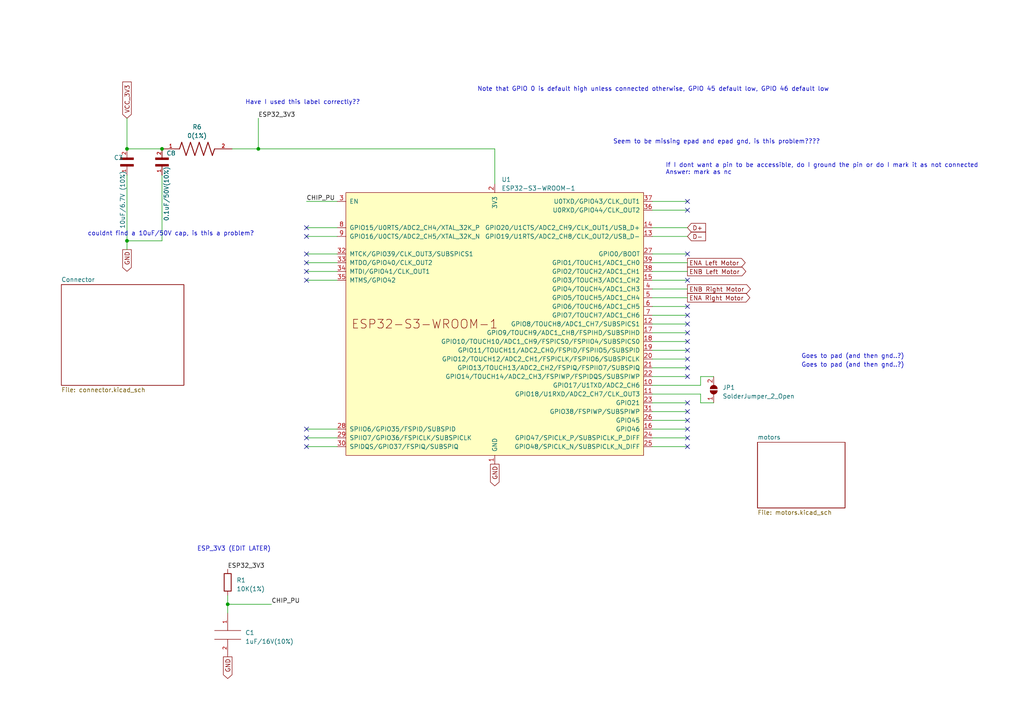
<source format=kicad_sch>
(kicad_sch (version 20230121) (generator eeschema)
  (paper "A4")
  (lib_symbols
    (symbol "0.1uF_cap_0603:CL10B104KB8NNNL" (pin_names (offset 1.016))
      (property "Reference" "C" (at 0 3.8109 0))
      (property "Value" "CL10B104KB8NNNL" (at 0 -5.0885 0))
      (symbol "CL10B104KB8NNNL_0_0"
        (rectangle (start 0 -1.9069) (end 0.635 1.905) (stroke (width 0.1)) (fill (type outline)))
        (rectangle (start 1.9069 -1.9069) (end 2.54 1.905) (stroke (width 0.1)) (fill (type outline)))
        (pin passive line (at -2.54 0 0) (length 2.54) (name "~") (number "1"))
        (pin passive line (at 5.08 0 180) (length 2.54) (name "~") (number "2"))
      )
    )
    (symbol "0_ohm_0603:RMCF0603ZT0R00" (pin_names (offset 1.016))
      (property "Reference" "R" (at -7.6244 2.5415 0))
      (property "Value" "RMCF0603ZT0R00" (at -7.63 -5.0866 0))
      (symbol "RMCF0603ZT0R00_0_0"
        (polyline (pts (xy -5.08 0) (xy -4.445 1.905)) (stroke (width 0.254)))
        (polyline (pts (xy -4.445 1.905) (xy -3.175 -1.905)) (stroke (width 0.254)))
        (polyline (pts (xy -3.175 -1.905) (xy -1.905 1.905)) (stroke (width 0.254)))
        (polyline (pts (xy -1.905 1.905) (xy -0.635 -1.905)) (stroke (width 0.254)))
        (polyline (pts (xy -0.635 -1.905) (xy 0.635 1.905)) (stroke (width 0.254)))
        (polyline (pts (xy 0.635 1.905) (xy 1.905 -1.905)) (stroke (width 0.254)))
        (polyline (pts (xy 1.905 -1.905) (xy 3.175 1.905)) (stroke (width 0.254)))
        (polyline (pts (xy 3.175 1.905) (xy 4.445 -1.905)) (stroke (width 0.254)))
        (polyline (pts (xy 4.445 -1.905) (xy 5.08 0)) (stroke (width 0.254)))
        (pin passive line (at -10.16 0 0) (length 5.08) (name "~") (number "1"))
        (pin passive line (at 10.16 0 180) (length 5.08) (name "~") (number "2"))
      )
    )
    (symbol "10uf_cap_0603:CL10A106MQ8NNNC" (pin_names (offset 1.016))
      (property "Reference" "C" (at 0 3.8109 0))
      (property "Value" "CL10A106MQ8NNNC" (at 0 -5.0885 0))
      (symbol "CL10A106MQ8NNNC_0_0"
        (rectangle (start 0 -1.9069) (end 0.635 1.905) (stroke (width 0.1)) (fill (type outline)))
        (rectangle (start 1.9069 -1.9069) (end 2.54 1.905) (stroke (width 0.1)) (fill (type outline)))
        (pin passive line (at -2.54 0 0) (length 2.54) (name "~") (number "1"))
        (pin passive line (at 5.08 0 180) (length 2.54) (name "~") (number "2"))
      )
    )
    (symbol "Device:R" (pin_numbers hide) (pin_names (offset 0))
      (property "Reference" "R" (at 2.032 0 90))
      (property "Value" "R" (at 0 0 90))
      (symbol "R_0_1"
        (rectangle (start -1.016 -2.54) (end 1.016 2.54) (stroke (width 0.254)))
      )
      (symbol "R_1_1"
        (pin passive line (at 0 3.81 270) (length 1.27) (name "~") (number "1"))
        (pin passive line (at 0 -3.81 90) (length 1.27) (name "~") (number "2"))
      )
    )
    (symbol "Espressif:ESP32-S3-WROOM-1" (pin_names (offset 1.016))
      (property "Reference" "U" (at -43.18 43.18 0))
      (property "Value" "ESP32-S3-WROOM-1" (at -43.18 40.64 0))
      (symbol "ESP32-S3-WROOM-1_0_0"
        (text "ESP32-S3-WROOM-1" (at -20.32 0 0) (effects (font (size 2.54 2.54))))
        (pin power_in line (at 0 -40.64 90) (length 2.54) (name "GND") (number "1"))
        (pin bidirectional line (at 45.72 -17.78 180) (length 2.54) (name "GPIO17/U1TXD/ADC2_CH6") (number "10"))
        (pin bidirectional line (at 45.72 -20.32 180) (length 2.54) (name "GPIO18/U1RXD/ADC2_CH7/CLK_OUT3") (number "11"))
        (pin bidirectional line (at 45.72 0 180) (length 2.54) (name "GPIO8/TOUCH8/ADC1_CH7/SUBSPICS1") (number "12"))
        (pin bidirectional line (at 45.72 25.4 180) (length 2.54) (name "GPIO19/U1RTS/ADC2_CH8/CLK_OUT2/USB_D-") (number "13"))
        (pin bidirectional line (at 45.72 27.94 180) (length 2.54) (name "GPIO20/U1CTS/ADC2_CH9/CLK_OUT1/USB_D+") (number "14"))
        (pin bidirectional line (at 45.72 12.7 180) (length 2.54) (name "GPIO3/TOUCH3/ADC1_CH2") (number "15"))
        (pin bidirectional line (at 45.72 -30.48 180) (length 2.54) (name "GPIO46") (number "16"))
        (pin bidirectional line (at 45.72 -2.54 180) (length 2.54) (name "GPIO9/TOUCH9/ADC1_CH8/FSPIHD/SUBSPIHD") (number "17"))
        (pin bidirectional line (at 45.72 -5.08 180) (length 2.54) (name "GPIO10/TOUCH10/ADC1_CH9/FSPICS0/FSPIIO4/SUBSPICS0") (number "18"))
        (pin bidirectional line (at 45.72 -7.62 180) (length 2.54) (name "GPIO11/TOUCH11/ADC2_CH0/FSPID/FSPIIO5/SUBSPID") (number "19"))
        (pin power_in line (at 0 40.64 270) (length 2.54) (name "3V3") (number "2"))
        (pin bidirectional line (at 45.72 -10.16 180) (length 2.54) (name "GPIO12/TOUCH12/ADC2_CH1/FSPICLK/FSPIIO6/SUBSPICLK") (number "20"))
        (pin bidirectional line (at 45.72 -12.7 180) (length 2.54) (name "GPIO13/TOUCH13/ADC2_CH2/FSPIQ/FSPIIO7/SUBSPIQ") (number "21"))
        (pin bidirectional line (at 45.72 -15.24 180) (length 2.54) (name "GPIO14/TOUCH14/ADC2_CH3/FSPIWP/FSPIDQS/SUBSPIWP") (number "22"))
        (pin bidirectional line (at 45.72 -22.86 180) (length 2.54) (name "GPIO21") (number "23"))
        (pin bidirectional line (at 45.72 -33.02 180) (length 2.54) (name "GPIO47/SPICLK_P/SUBSPICLK_P_DIFF") (number "24"))
        (pin bidirectional line (at 45.72 -35.56 180) (length 2.54) (name "GPIO48/SPICLK_N/SUBSPICLK_N_DIFF") (number "25"))
        (pin bidirectional line (at 45.72 -27.94 180) (length 2.54) (name "GPIO45") (number "26"))
        (pin bidirectional line (at 45.72 20.32 180) (length 2.54) (name "GPIO0/BOOT") (number "27"))
        (pin bidirectional line (at -45.72 -30.48 0) (length 2.54) (name "SPIIO6/GPIO35/FSPID/SUBSPID") (number "28"))
        (pin bidirectional line (at -45.72 -33.02 0) (length 2.54) (name "SPIIO7/GPIO36/FSPICLK/SUBSPICLK") (number "29"))
        (pin input line (at -45.72 35.56 0) (length 2.54) (name "EN") (number "3"))
        (pin bidirectional line (at -45.72 -35.56 0) (length 2.54) (name "SPIDQS/GPIO37/FSPIQ/SUBSPIQ") (number "30"))
        (pin bidirectional line (at 45.72 -25.4 180) (length 2.54) (name "GPIO38/FSPIWP/SUBSPIWP") (number "31"))
        (pin bidirectional line (at -45.72 20.32 0) (length 2.54) (name "MTCK/GPIO39/CLK_OUT3/SUBSPICS1") (number "32"))
        (pin bidirectional line (at -45.72 17.78 0) (length 2.54) (name "MTDO/GPIO40/CLK_OUT2") (number "33"))
        (pin bidirectional line (at -45.72 15.24 0) (length 2.54) (name "MTDI/GPIO41/CLK_OUT1") (number "34"))
        (pin bidirectional line (at -45.72 12.7 0) (length 2.54) (name "MTMS/GPIO42") (number "35"))
        (pin bidirectional line (at 45.72 33.02 180) (length 2.54) (name "U0RXD/GPIO44/CLK_OUT2") (number "36"))
        (pin bidirectional line (at 45.72 35.56 180) (length 2.54) (name "U0TXD/GPIO43/CLK_OUT1") (number "37"))
        (pin bidirectional line (at 45.72 15.24 180) (length 2.54) (name "GPIO2/TOUCH2/ADC1_CH1") (number "38"))
        (pin bidirectional line (at 45.72 17.78 180) (length 2.54) (name "GPIO1/TOUCH1/ADC1_CH0") (number "39"))
        (pin bidirectional line (at 45.72 10.16 180) (length 2.54) (name "GPIO4/TOUCH4/ADC1_CH3") (number "4"))
        (pin passive line (at 0 -40.64 90) (length 2.54) hide (name "GND") (number "40"))
        (pin passive line (at 0 -40.64 90) (length 2.54) hide (name "GND") (number "41"))
        (pin bidirectional line (at 45.72 7.62 180) (length 2.54) (name "GPIO5/TOUCH5/ADC1_CH4") (number "5"))
        (pin bidirectional line (at 45.72 5.08 180) (length 2.54) (name "GPIO6/TOUCH6/ADC1_CH5") (number "6"))
        (pin bidirectional line (at 45.72 2.54 180) (length 2.54) (name "GPIO7/TOUCH7/ADC1_CH6") (number "7"))
        (pin bidirectional line (at -45.72 27.94 0) (length 2.54) (name "GPIO15/U0RTS/ADC2_CH4/XTAL_32K_P") (number "8"))
        (pin bidirectional line (at -45.72 25.4 0) (length 2.54) (name "GPIO16/U0CTS/ADC2_CH5/XTAL_32K_N") (number "9"))
      )
      (symbol "ESP32-S3-WROOM-1_0_1"
        (rectangle (start -43.18 38.1) (end 43.18 -38.1) (fill (type background)))
      )
    )
    (symbol "Jumper:SolderJumper_2_Open" (pin_names (offset 0) hide)
      (property "Reference" "JP" (at 0 2.032 0))
      (property "Value" "SolderJumper_2_Open" (at 0 -2.54 0))
      (symbol "SolderJumper_2_Open_0_1"
        (arc (start -0.254 1.016) (mid -1.2656 0) (end -0.254 -1.016))
        (arc (start -0.254 1.016) (mid -1.2656 0) (end -0.254 -1.016) (fill (type outline)))
        (polyline (pts (xy -0.254 1.016) (xy -0.254 -1.016)))
        (polyline (pts (xy 0.254 1.016) (xy 0.254 -1.016)))
        (arc (start 0.254 -1.016) (mid 1.2656 0) (end 0.254 1.016))
        (arc (start 0.254 -1.016) (mid 1.2656 0) (end 0.254 1.016) (fill (type outline)))
      )
      (symbol "SolderJumper_2_Open_1_1"
        (pin passive line (at -3.81 0 0) (length 2.54) (name "A") (number "1"))
        (pin passive line (at 3.81 0 180) (length 2.54) (name "B") (number "2"))
      )
    )
    (symbol "pspice:C" (pin_names (offset 0.254))
      (property "Reference" "C" (at 2.54 3.81 90))
      (property "Value" "C" (at 2.54 -3.81 90))
      (symbol "C_0_1"
        (polyline (pts (xy -3.81 -1.27) (xy 3.81 -1.27)))
        (polyline (pts (xy -3.81 1.27) (xy 3.81 1.27)))
      )
      (symbol "C_1_1"
        (pin passive line (at 0 6.35 270) (length 5.08) (name "~") (number "1"))
        (pin passive line (at 0 -6.35 90) (length 5.08) (name "~") (number "2"))
      )
    )
  )
  (junction (at 46.99 43.18))
  (junction (at 36.83 43.18))
  (junction (at 36.83 69.85))
  (junction (at 66.04 175.26))
  (junction (at 74.93 43.18))
  (no_connect (at 199.39 91.44))
  (no_connect (at 199.39 116.84))
  (no_connect (at 88.9 127))
  (no_connect (at 199.39 93.98))
  (no_connect (at 199.39 60.96))
  (no_connect (at 199.39 88.9))
  (no_connect (at 88.9 68.58))
  (no_connect (at 88.9 73.66))
  (no_connect (at 199.39 101.6))
  (no_connect (at 88.9 129.54))
  (no_connect (at 199.39 121.92))
  (no_connect (at 199.39 99.06))
  (no_connect (at 88.9 81.28))
  (no_connect (at 199.39 124.46))
  (no_connect (at 199.39 106.68))
  (no_connect (at 199.39 58.42))
  (no_connect (at 88.9 124.46))
  (no_connect (at 88.9 66.04))
  (no_connect (at 199.39 129.54))
  (no_connect (at 199.39 96.52))
  (no_connect (at 88.9 76.2))
  (no_connect (at 88.9 78.74))
  (no_connect (at 199.39 119.38))
  (no_connect (at 199.39 109.22))
  (no_connect (at 199.39 73.66))
  (no_connect (at 199.39 104.14))
  (no_connect (at 199.39 81.28))
  (no_connect (at 199.39 127))
  (wire (pts (xy 189.23 91.44) (xy 199.39 91.44)))
  (wire (pts (xy 74.93 34.29) (xy 74.93 43.18)))
  (wire (pts (xy 66.04 175.26) (xy 66.04 177.8)))
  (wire (pts (xy 88.9 129.54) (xy 97.79 129.54)))
  (wire (pts (xy 88.9 81.28) (xy 97.79 81.28)))
  (wire (pts (xy 88.9 68.58) (xy 97.79 68.58)))
  (wire (pts (xy 36.83 69.85) (xy 46.99 69.85)))
  (wire (pts (xy 189.23 129.54) (xy 199.39 129.54)))
  (wire (pts (xy 189.23 119.38) (xy 199.39 119.38)))
  (wire (pts (xy 36.83 43.18) (xy 46.99 43.18)))
  (wire (pts (xy 189.23 99.06) (xy 199.39 99.06)))
  (wire (pts (xy 189.23 93.98) (xy 199.39 93.98)))
  (wire (pts (xy 189.23 106.68) (xy 199.39 106.68)))
  (wire (pts (xy 88.9 78.74) (xy 97.79 78.74)))
  (wire (pts (xy 143.51 43.18) (xy 143.51 53.34)))
  (wire (pts (xy 88.9 66.04) (xy 97.79 66.04)))
  (wire (pts (xy 203.2 114.3) (xy 203.2 116.84)))
  (wire (pts (xy 36.83 69.85) (xy 36.83 72.39)))
  (wire (pts (xy 189.23 114.3) (xy 203.2 114.3)))
  (wire (pts (xy 189.23 78.74) (xy 199.39 78.74)))
  (wire (pts (xy 189.23 116.84) (xy 199.39 116.84)))
  (wire (pts (xy 189.23 88.9) (xy 199.39 88.9)))
  (wire (pts (xy 189.23 111.76) (xy 203.2 111.76)))
  (wire (pts (xy 67.31 43.18) (xy 74.93 43.18)))
  (wire (pts (xy 36.83 34.29) (xy 36.83 43.18)))
  (wire (pts (xy 189.23 66.04) (xy 199.39 66.04)))
  (wire (pts (xy 189.23 124.46) (xy 199.39 124.46)))
  (wire (pts (xy 36.83 50.8) (xy 36.83 69.85)))
  (wire (pts (xy 203.2 111.76) (xy 203.2 109.22)))
  (wire (pts (xy 66.04 172.72) (xy 66.04 175.26)))
  (wire (pts (xy 46.99 50.8) (xy 46.99 69.85)))
  (wire (pts (xy 203.2 116.84) (xy 207.01 116.84)))
  (wire (pts (xy 189.23 104.14) (xy 199.39 104.14)))
  (wire (pts (xy 189.23 60.96) (xy 199.39 60.96)))
  (wire (pts (xy 88.9 127) (xy 97.79 127)))
  (wire (pts (xy 66.04 175.26) (xy 78.74 175.26)))
  (wire (pts (xy 189.23 109.22) (xy 199.39 109.22)))
  (wire (pts (xy 189.23 101.6) (xy 199.39 101.6)))
  (wire (pts (xy 74.93 43.18) (xy 143.51 43.18)))
  (wire (pts (xy 189.23 86.36) (xy 199.39 86.36)))
  (wire (pts (xy 189.23 73.66) (xy 199.39 73.66)))
  (wire (pts (xy 88.9 58.42) (xy 97.79 58.42)))
  (wire (pts (xy 189.23 83.82) (xy 199.39 83.82)))
  (wire (pts (xy 203.2 109.22) (xy 207.01 109.22)))
  (wire (pts (xy 189.23 81.28) (xy 199.39 81.28)))
  (wire (pts (xy 189.23 76.2) (xy 199.39 76.2)))
  (wire (pts (xy 88.9 73.66) (xy 97.79 73.66)))
  (wire (pts (xy 189.23 96.52) (xy 199.39 96.52)))
  (wire (pts (xy 88.9 124.46) (xy 97.79 124.46)))
  (wire (pts (xy 189.23 58.42) (xy 199.39 58.42)))
  (wire (pts (xy 189.23 127) (xy 199.39 127)))
  (wire (pts (xy 189.23 121.92) (xy 199.39 121.92)))
  (wire (pts (xy 189.23 68.58) (xy 199.39 68.58)))
  (wire (pts (xy 88.9 76.2) (xy 97.79 76.2)))
  (text "Goes to pad (and then gnd..?)" (at 232.41 106.68 0) (effects (font (size 1.27 1.27)) (justify left bottom)))
  (text "Seem to be missing epad and epad gnd, is this problem????\n" (at 177.8 41.91 0) (effects (font (size 1.27 1.27)) (justify left bottom)))
  (text "Goes to pad (and then gnd..?)" (at 232.41 104.14 0) (effects (font (size 1.27 1.27)) (justify left bottom)))
  (text "Note that GPIO 0 is default high unless connected otherwise, GPIO 45 default low, GPIO 46 default low" (at 138.43 26.67 0) (effects (font (size 1.27 1.27)) (justify left bottom)))
  (text "Have I used this label correctly??" (at 71.12 30.48 0) (effects (font (size 1.27 1.27)) (justify left bottom)))
  (text "couldnt find a 10uF/50V cap, is this a problem?" (at 25.4 68.58 0) (effects (font (size 1.27 1.27)) (justify left bottom)))
  (text "ESP_3V3 (EDIT LATER)" (at 57.15 160.02 0) (effects (font (size 1.27 1.27)) (justify left bottom)))
  (text "If I dont want a pin to be accessible, do I ground the pin or do I mark it as not connected\nAnswer: mark as nc" (at 193.04 50.8 0) (effects (font (size 1.27 1.27)) (justify left bottom)))
  (label "CHIP_PU" (at 78.74 175.26 0))
  (label "CHIP_PU" (at 88.9 58.42 0))
  (label "ESP32_3V3" (at 66.04 165.1 0))
  (label "ESP32_3V3" (at 74.93 34.29 0))
  (global_label "GND" (shape output) (at 143.51 134.62 270) (property "Intersheetrefs" "${INTERSHEET_REFS}" (effects hide)))
  (global_label "ENA Right Motor" (shape output) (at 199.39 86.36 0) (property "Intersheetrefs" "${INTERSHEET_REFS}" (effects hide)))
  (global_label "ENA Left Motor" (shape output) (at 199.39 76.2 0) (property "Intersheetrefs" "${INTERSHEET_REFS}" (effects hide)))
  (global_label "VCC_3V3" (shape input) (at 36.83 34.29 90) (property "Intersheetrefs" "${INTERSHEET_REFS}" (effects hide)))
  (global_label "ENB Right Motor" (shape output) (at 199.39 83.82 0) (property "Intersheetrefs" "${INTERSHEET_REFS}" (effects hide)))
  (global_label "D-" (shape input) (at 199.39 68.58 0) (property "Intersheetrefs" "${INTERSHEET_REFS}" (effects hide)))
  (global_label "GND" (shape output) (at 66.04 190.5 270) (property "Intersheetrefs" "${INTERSHEET_REFS}" (effects hide)))
  (global_label "GND" (shape output) (at 36.83 72.39 270) (property "Intersheetrefs" "${INTERSHEET_REFS}" (effects hide)))
  (global_label "ENB Left Motor" (shape output) (at 199.39 78.74 0) (property "Intersheetrefs" "${INTERSHEET_REFS}" (effects hide)))
  (global_label "D+" (shape input) (at 199.39 66.04 0) (property "Intersheetrefs" "${INTERSHEET_REFS}" (effects hide)))
  (symbol (lib_id "Device:R") (at 66.04 168.91 0) (unit 1)
    (property "Reference" "R1" (at 68.58 168.275 0) (effects (justify left)))
    (property "Value" "10K(1%)" (at 68.58 170.815 0) (effects (justify left)))
    (property "Footprint" "10k_ohm_0603:RESC1508X50N" (effects hide))
  )
  (symbol (lib_id "10uf_cap_0603:CL10A106MQ8NNNC") (at 36.83 48.26 90) (unit 1)
    (property "Reference" "C3" (at 33.02 45.72 90) (effects (justify right)))
    (property "Value" "10uF/6.7V (10%)" (at 35.56 49.53 0) (effects (justify right)))
    (property "Footprint" "CAPC1608X90N" (effects hide))
  )
  (symbol (lib_id "0.1uF_cap_0603:CL10B104KB8NNNL") (at 46.99 48.26 90) (unit 1)
    (property "Reference" "C8" (at 48.26 44.45 90) (effects (justify right)))
    (property "Value" "0.1uF/50V(10%)" (at 48.26 48.26 0) (effects (justify right)))
    (property "Footprint" "1uF_cap_0603:CL10A105KB8NNNC" (effects hide))
  )
  (symbol (lib_id "Espressif:ESP32-S3-WROOM-1") (at 143.51 93.98 0) (unit 1)
    (property "Reference" "U1" (at 145.4659 52.07 0) (effects (justify left)))
    (property "Value" "ESP32-S3-WROOM-1" (at 145.4659 54.61 0) (effects (justify left)))
    (property "Footprint" "Espressif:ESP32-S3-WROOM-1" (effects hide))
    (property "Datasheet" "https://www.espressif.com/sites/default/files/documentation/esp32-s3-wroom-1_wroom-1u_datasheet_en.pdf" (effects hide))
  )
  (symbol (lib_id "pspice:C") (at 66.04 184.15 0) (unit 1)
    (property "Reference" "C1" (at 71.12 183.515 0) (effects (justify left)))
    (property "Value" "1uF/16V(10%)" (at 71.12 186.055 0) (effects (justify left)))
    (property "Footprint" "1uF_cap_0603:CL10A105KB8NNNC" (effects hide))
  )
  (symbol (lib_id "0_ohm_0603:RMCF0603ZT0R00") (at 57.15 43.18 0) (unit 1)
    (property "Reference" "R6" (at 57.15 36.83 0))
    (property "Value" "0(1%)" (at 57.15 39.37 0))
    (property "Footprint" "RESC1508X55N" (effects hide))
  )
  (symbol (lib_id "Jumper:SolderJumper_2_Open") (at 207.01 113.03 90) (unit 1)
    (property "Reference" "JP1" (at 209.55 112.395 90) (effects (justify right)))
    (property "Value" "SolderJumper_2_Open" (at 209.55 114.935 90) (effects (justify right)))
    (property "Footprint" "Jumper:SolderJumper-2_P1.3mm_Open_Pad1.0x1.5mm" (effects hide))
  )
  (sheet (at 17.78 82.55) (size 35.56 29.21) (stroke (width 0.1524))
    (property "Sheetname" "Connector" (at 17.78 81.8384 0) (effects (justify left bottom)))
    (property "Sheetfile" "connector.kicad_sch" (at 17.78 112.3446 0) (effects (justify left top)))
  )
  (sheet (at 219.71 128.27) (size 25.4 19.05) (stroke (width 0.1524))
    (property "Sheetname" "motors" (at 219.71 127.5584 0) (effects (justify left bottom)))
    (property "Sheetfile" "motors.kicad_sch" (at 219.71 147.9046 0) (effects (justify left top)))
  )
)
</source>
